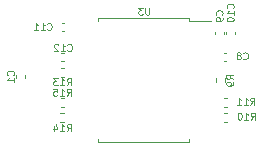
<source format=gbo>
%TF.GenerationSoftware,KiCad,Pcbnew,(7.0.0)*%
%TF.CreationDate,2024-01-19T16:55:17+05:30*%
%TF.ProjectId,Programmer,50726f67-7261-46d6-9d65-722e6b696361,rev?*%
%TF.SameCoordinates,Original*%
%TF.FileFunction,Legend,Bot*%
%TF.FilePolarity,Positive*%
%FSLAX46Y46*%
G04 Gerber Fmt 4.6, Leading zero omitted, Abs format (unit mm)*
G04 Created by KiCad (PCBNEW (7.0.0)) date 2024-01-19 16:55:17*
%MOMM*%
%LPD*%
G01*
G04 APERTURE LIST*
%ADD10C,0.100000*%
%ADD11C,0.120000*%
G04 APERTURE END LIST*
D10*
%TO.C,R11*%
X165202714Y-100245628D02*
X165402714Y-99959914D01*
X165545571Y-100245628D02*
X165545571Y-99645628D01*
X165545571Y-99645628D02*
X165317000Y-99645628D01*
X165317000Y-99645628D02*
X165259857Y-99674200D01*
X165259857Y-99674200D02*
X165231286Y-99702771D01*
X165231286Y-99702771D02*
X165202714Y-99759914D01*
X165202714Y-99759914D02*
X165202714Y-99845628D01*
X165202714Y-99845628D02*
X165231286Y-99902771D01*
X165231286Y-99902771D02*
X165259857Y-99931342D01*
X165259857Y-99931342D02*
X165317000Y-99959914D01*
X165317000Y-99959914D02*
X165545571Y-99959914D01*
X164631286Y-100245628D02*
X164974143Y-100245628D01*
X164802714Y-100245628D02*
X164802714Y-99645628D01*
X164802714Y-99645628D02*
X164859857Y-99731342D01*
X164859857Y-99731342D02*
X164917000Y-99788485D01*
X164917000Y-99788485D02*
X164974143Y-99817057D01*
X164059857Y-100245628D02*
X164402714Y-100245628D01*
X164231285Y-100245628D02*
X164231285Y-99645628D01*
X164231285Y-99645628D02*
X164288428Y-99731342D01*
X164288428Y-99731342D02*
X164345571Y-99788485D01*
X164345571Y-99788485D02*
X164402714Y-99817057D01*
%TO.C,C10*%
X163735685Y-92044885D02*
X163764257Y-92016313D01*
X163764257Y-92016313D02*
X163792828Y-91930599D01*
X163792828Y-91930599D02*
X163792828Y-91873456D01*
X163792828Y-91873456D02*
X163764257Y-91787742D01*
X163764257Y-91787742D02*
X163707114Y-91730599D01*
X163707114Y-91730599D02*
X163649971Y-91702028D01*
X163649971Y-91702028D02*
X163535685Y-91673456D01*
X163535685Y-91673456D02*
X163449971Y-91673456D01*
X163449971Y-91673456D02*
X163335685Y-91702028D01*
X163335685Y-91702028D02*
X163278542Y-91730599D01*
X163278542Y-91730599D02*
X163221400Y-91787742D01*
X163221400Y-91787742D02*
X163192828Y-91873456D01*
X163192828Y-91873456D02*
X163192828Y-91930599D01*
X163192828Y-91930599D02*
X163221400Y-92016313D01*
X163221400Y-92016313D02*
X163249971Y-92044885D01*
X163792828Y-92616313D02*
X163792828Y-92273456D01*
X163792828Y-92444885D02*
X163192828Y-92444885D01*
X163192828Y-92444885D02*
X163278542Y-92387742D01*
X163278542Y-92387742D02*
X163335685Y-92330599D01*
X163335685Y-92330599D02*
X163364257Y-92273456D01*
X163192828Y-92987742D02*
X163192828Y-93044885D01*
X163192828Y-93044885D02*
X163221400Y-93102028D01*
X163221400Y-93102028D02*
X163249971Y-93130600D01*
X163249971Y-93130600D02*
X163307114Y-93159171D01*
X163307114Y-93159171D02*
X163421400Y-93187742D01*
X163421400Y-93187742D02*
X163564257Y-93187742D01*
X163564257Y-93187742D02*
X163678542Y-93159171D01*
X163678542Y-93159171D02*
X163735685Y-93130600D01*
X163735685Y-93130600D02*
X163764257Y-93102028D01*
X163764257Y-93102028D02*
X163792828Y-93044885D01*
X163792828Y-93044885D02*
X163792828Y-92987742D01*
X163792828Y-92987742D02*
X163764257Y-92930600D01*
X163764257Y-92930600D02*
X163735685Y-92902028D01*
X163735685Y-92902028D02*
X163678542Y-92873457D01*
X163678542Y-92873457D02*
X163564257Y-92844885D01*
X163564257Y-92844885D02*
X163421400Y-92844885D01*
X163421400Y-92844885D02*
X163307114Y-92873457D01*
X163307114Y-92873457D02*
X163249971Y-92902028D01*
X163249971Y-92902028D02*
X163221400Y-92930600D01*
X163221400Y-92930600D02*
X163192828Y-92987742D01*
%TO.C,C12*%
X149712314Y-95641885D02*
X149740886Y-95670457D01*
X149740886Y-95670457D02*
X149826600Y-95699028D01*
X149826600Y-95699028D02*
X149883743Y-95699028D01*
X149883743Y-95699028D02*
X149969457Y-95670457D01*
X149969457Y-95670457D02*
X150026600Y-95613314D01*
X150026600Y-95613314D02*
X150055171Y-95556171D01*
X150055171Y-95556171D02*
X150083743Y-95441885D01*
X150083743Y-95441885D02*
X150083743Y-95356171D01*
X150083743Y-95356171D02*
X150055171Y-95241885D01*
X150055171Y-95241885D02*
X150026600Y-95184742D01*
X150026600Y-95184742D02*
X149969457Y-95127600D01*
X149969457Y-95127600D02*
X149883743Y-95099028D01*
X149883743Y-95099028D02*
X149826600Y-95099028D01*
X149826600Y-95099028D02*
X149740886Y-95127600D01*
X149740886Y-95127600D02*
X149712314Y-95156171D01*
X149140886Y-95699028D02*
X149483743Y-95699028D01*
X149312314Y-95699028D02*
X149312314Y-95099028D01*
X149312314Y-95099028D02*
X149369457Y-95184742D01*
X149369457Y-95184742D02*
X149426600Y-95241885D01*
X149426600Y-95241885D02*
X149483743Y-95270457D01*
X148912314Y-95156171D02*
X148883742Y-95127600D01*
X148883742Y-95127600D02*
X148826600Y-95099028D01*
X148826600Y-95099028D02*
X148683742Y-95099028D01*
X148683742Y-95099028D02*
X148626600Y-95127600D01*
X148626600Y-95127600D02*
X148598028Y-95156171D01*
X148598028Y-95156171D02*
X148569457Y-95213314D01*
X148569457Y-95213314D02*
X148569457Y-95270457D01*
X148569457Y-95270457D02*
X148598028Y-95356171D01*
X148598028Y-95356171D02*
X148940885Y-95699028D01*
X148940885Y-95699028D02*
X148569457Y-95699028D01*
%TO.C,C8*%
X164612199Y-96353085D02*
X164640771Y-96381657D01*
X164640771Y-96381657D02*
X164726485Y-96410228D01*
X164726485Y-96410228D02*
X164783628Y-96410228D01*
X164783628Y-96410228D02*
X164869342Y-96381657D01*
X164869342Y-96381657D02*
X164926485Y-96324514D01*
X164926485Y-96324514D02*
X164955056Y-96267371D01*
X164955056Y-96267371D02*
X164983628Y-96153085D01*
X164983628Y-96153085D02*
X164983628Y-96067371D01*
X164983628Y-96067371D02*
X164955056Y-95953085D01*
X164955056Y-95953085D02*
X164926485Y-95895942D01*
X164926485Y-95895942D02*
X164869342Y-95838800D01*
X164869342Y-95838800D02*
X164783628Y-95810228D01*
X164783628Y-95810228D02*
X164726485Y-95810228D01*
X164726485Y-95810228D02*
X164640771Y-95838800D01*
X164640771Y-95838800D02*
X164612199Y-95867371D01*
X164269342Y-96067371D02*
X164326485Y-96038800D01*
X164326485Y-96038800D02*
X164355056Y-96010228D01*
X164355056Y-96010228D02*
X164383628Y-95953085D01*
X164383628Y-95953085D02*
X164383628Y-95924514D01*
X164383628Y-95924514D02*
X164355056Y-95867371D01*
X164355056Y-95867371D02*
X164326485Y-95838800D01*
X164326485Y-95838800D02*
X164269342Y-95810228D01*
X164269342Y-95810228D02*
X164155056Y-95810228D01*
X164155056Y-95810228D02*
X164097914Y-95838800D01*
X164097914Y-95838800D02*
X164069342Y-95867371D01*
X164069342Y-95867371D02*
X164040771Y-95924514D01*
X164040771Y-95924514D02*
X164040771Y-95953085D01*
X164040771Y-95953085D02*
X164069342Y-96010228D01*
X164069342Y-96010228D02*
X164097914Y-96038800D01*
X164097914Y-96038800D02*
X164155056Y-96067371D01*
X164155056Y-96067371D02*
X164269342Y-96067371D01*
X164269342Y-96067371D02*
X164326485Y-96095942D01*
X164326485Y-96095942D02*
X164355056Y-96124514D01*
X164355056Y-96124514D02*
X164383628Y-96181657D01*
X164383628Y-96181657D02*
X164383628Y-96295942D01*
X164383628Y-96295942D02*
X164355056Y-96353085D01*
X164355056Y-96353085D02*
X164326485Y-96381657D01*
X164326485Y-96381657D02*
X164269342Y-96410228D01*
X164269342Y-96410228D02*
X164155056Y-96410228D01*
X164155056Y-96410228D02*
X164097914Y-96381657D01*
X164097914Y-96381657D02*
X164069342Y-96353085D01*
X164069342Y-96353085D02*
X164040771Y-96295942D01*
X164040771Y-96295942D02*
X164040771Y-96181657D01*
X164040771Y-96181657D02*
X164069342Y-96124514D01*
X164069342Y-96124514D02*
X164097914Y-96095942D01*
X164097914Y-96095942D02*
X164155056Y-96067371D01*
%TO.C,C9*%
X162795885Y-92610000D02*
X162824457Y-92581428D01*
X162824457Y-92581428D02*
X162853028Y-92495714D01*
X162853028Y-92495714D02*
X162853028Y-92438571D01*
X162853028Y-92438571D02*
X162824457Y-92352857D01*
X162824457Y-92352857D02*
X162767314Y-92295714D01*
X162767314Y-92295714D02*
X162710171Y-92267143D01*
X162710171Y-92267143D02*
X162595885Y-92238571D01*
X162595885Y-92238571D02*
X162510171Y-92238571D01*
X162510171Y-92238571D02*
X162395885Y-92267143D01*
X162395885Y-92267143D02*
X162338742Y-92295714D01*
X162338742Y-92295714D02*
X162281600Y-92352857D01*
X162281600Y-92352857D02*
X162253028Y-92438571D01*
X162253028Y-92438571D02*
X162253028Y-92495714D01*
X162253028Y-92495714D02*
X162281600Y-92581428D01*
X162281600Y-92581428D02*
X162310171Y-92610000D01*
X162853028Y-92895714D02*
X162853028Y-93010000D01*
X162853028Y-93010000D02*
X162824457Y-93067143D01*
X162824457Y-93067143D02*
X162795885Y-93095714D01*
X162795885Y-93095714D02*
X162710171Y-93152857D01*
X162710171Y-93152857D02*
X162595885Y-93181428D01*
X162595885Y-93181428D02*
X162367314Y-93181428D01*
X162367314Y-93181428D02*
X162310171Y-93152857D01*
X162310171Y-93152857D02*
X162281600Y-93124286D01*
X162281600Y-93124286D02*
X162253028Y-93067143D01*
X162253028Y-93067143D02*
X162253028Y-92952857D01*
X162253028Y-92952857D02*
X162281600Y-92895714D01*
X162281600Y-92895714D02*
X162310171Y-92867143D01*
X162310171Y-92867143D02*
X162367314Y-92838571D01*
X162367314Y-92838571D02*
X162510171Y-92838571D01*
X162510171Y-92838571D02*
X162567314Y-92867143D01*
X162567314Y-92867143D02*
X162595885Y-92895714D01*
X162595885Y-92895714D02*
X162624457Y-92952857D01*
X162624457Y-92952857D02*
X162624457Y-93067143D01*
X162624457Y-93067143D02*
X162595885Y-93124286D01*
X162595885Y-93124286D02*
X162567314Y-93152857D01*
X162567314Y-93152857D02*
X162510171Y-93181428D01*
%TO.C,C1*%
X145121085Y-97715400D02*
X145149657Y-97686828D01*
X145149657Y-97686828D02*
X145178228Y-97601114D01*
X145178228Y-97601114D02*
X145178228Y-97543971D01*
X145178228Y-97543971D02*
X145149657Y-97458257D01*
X145149657Y-97458257D02*
X145092514Y-97401114D01*
X145092514Y-97401114D02*
X145035371Y-97372543D01*
X145035371Y-97372543D02*
X144921085Y-97343971D01*
X144921085Y-97343971D02*
X144835371Y-97343971D01*
X144835371Y-97343971D02*
X144721085Y-97372543D01*
X144721085Y-97372543D02*
X144663942Y-97401114D01*
X144663942Y-97401114D02*
X144606800Y-97458257D01*
X144606800Y-97458257D02*
X144578228Y-97543971D01*
X144578228Y-97543971D02*
X144578228Y-97601114D01*
X144578228Y-97601114D02*
X144606800Y-97686828D01*
X144606800Y-97686828D02*
X144635371Y-97715400D01*
X145178228Y-98286828D02*
X145178228Y-97943971D01*
X145178228Y-98115400D02*
X144578228Y-98115400D01*
X144578228Y-98115400D02*
X144663942Y-98058257D01*
X144663942Y-98058257D02*
X144721085Y-98001114D01*
X144721085Y-98001114D02*
X144749657Y-97943971D01*
%TO.C,C11*%
X148009514Y-93863885D02*
X148038086Y-93892457D01*
X148038086Y-93892457D02*
X148123800Y-93921028D01*
X148123800Y-93921028D02*
X148180943Y-93921028D01*
X148180943Y-93921028D02*
X148266657Y-93892457D01*
X148266657Y-93892457D02*
X148323800Y-93835314D01*
X148323800Y-93835314D02*
X148352371Y-93778171D01*
X148352371Y-93778171D02*
X148380943Y-93663885D01*
X148380943Y-93663885D02*
X148380943Y-93578171D01*
X148380943Y-93578171D02*
X148352371Y-93463885D01*
X148352371Y-93463885D02*
X148323800Y-93406742D01*
X148323800Y-93406742D02*
X148266657Y-93349600D01*
X148266657Y-93349600D02*
X148180943Y-93321028D01*
X148180943Y-93321028D02*
X148123800Y-93321028D01*
X148123800Y-93321028D02*
X148038086Y-93349600D01*
X148038086Y-93349600D02*
X148009514Y-93378171D01*
X147438086Y-93921028D02*
X147780943Y-93921028D01*
X147609514Y-93921028D02*
X147609514Y-93321028D01*
X147609514Y-93321028D02*
X147666657Y-93406742D01*
X147666657Y-93406742D02*
X147723800Y-93463885D01*
X147723800Y-93463885D02*
X147780943Y-93492457D01*
X146866657Y-93921028D02*
X147209514Y-93921028D01*
X147038085Y-93921028D02*
X147038085Y-93321028D01*
X147038085Y-93321028D02*
X147095228Y-93406742D01*
X147095228Y-93406742D02*
X147152371Y-93463885D01*
X147152371Y-93463885D02*
X147209514Y-93492457D01*
%TO.C,R9*%
X163767428Y-98071000D02*
X163481714Y-97871000D01*
X163767428Y-97728143D02*
X163167428Y-97728143D01*
X163167428Y-97728143D02*
X163167428Y-97956714D01*
X163167428Y-97956714D02*
X163196000Y-98013857D01*
X163196000Y-98013857D02*
X163224571Y-98042428D01*
X163224571Y-98042428D02*
X163281714Y-98071000D01*
X163281714Y-98071000D02*
X163367428Y-98071000D01*
X163367428Y-98071000D02*
X163424571Y-98042428D01*
X163424571Y-98042428D02*
X163453142Y-98013857D01*
X163453142Y-98013857D02*
X163481714Y-97956714D01*
X163481714Y-97956714D02*
X163481714Y-97728143D01*
X163767428Y-98356714D02*
X163767428Y-98471000D01*
X163767428Y-98471000D02*
X163738857Y-98528143D01*
X163738857Y-98528143D02*
X163710285Y-98556714D01*
X163710285Y-98556714D02*
X163624571Y-98613857D01*
X163624571Y-98613857D02*
X163510285Y-98642428D01*
X163510285Y-98642428D02*
X163281714Y-98642428D01*
X163281714Y-98642428D02*
X163224571Y-98613857D01*
X163224571Y-98613857D02*
X163196000Y-98585286D01*
X163196000Y-98585286D02*
X163167428Y-98528143D01*
X163167428Y-98528143D02*
X163167428Y-98413857D01*
X163167428Y-98413857D02*
X163196000Y-98356714D01*
X163196000Y-98356714D02*
X163224571Y-98328143D01*
X163224571Y-98328143D02*
X163281714Y-98299571D01*
X163281714Y-98299571D02*
X163424571Y-98299571D01*
X163424571Y-98299571D02*
X163481714Y-98328143D01*
X163481714Y-98328143D02*
X163510285Y-98356714D01*
X163510285Y-98356714D02*
X163538857Y-98413857D01*
X163538857Y-98413857D02*
X163538857Y-98528143D01*
X163538857Y-98528143D02*
X163510285Y-98585286D01*
X163510285Y-98585286D02*
X163481714Y-98613857D01*
X163481714Y-98613857D02*
X163424571Y-98642428D01*
%TO.C,U3*%
X156641742Y-92025628D02*
X156641742Y-92511342D01*
X156641742Y-92511342D02*
X156613171Y-92568485D01*
X156613171Y-92568485D02*
X156584600Y-92597057D01*
X156584600Y-92597057D02*
X156527457Y-92625628D01*
X156527457Y-92625628D02*
X156413171Y-92625628D01*
X156413171Y-92625628D02*
X156356028Y-92597057D01*
X156356028Y-92597057D02*
X156327457Y-92568485D01*
X156327457Y-92568485D02*
X156298885Y-92511342D01*
X156298885Y-92511342D02*
X156298885Y-92025628D01*
X156070314Y-92025628D02*
X155698886Y-92025628D01*
X155698886Y-92025628D02*
X155898886Y-92254200D01*
X155898886Y-92254200D02*
X155813171Y-92254200D01*
X155813171Y-92254200D02*
X155756029Y-92282771D01*
X155756029Y-92282771D02*
X155727457Y-92311342D01*
X155727457Y-92311342D02*
X155698886Y-92368485D01*
X155698886Y-92368485D02*
X155698886Y-92511342D01*
X155698886Y-92511342D02*
X155727457Y-92568485D01*
X155727457Y-92568485D02*
X155756029Y-92597057D01*
X155756029Y-92597057D02*
X155813171Y-92625628D01*
X155813171Y-92625628D02*
X155984600Y-92625628D01*
X155984600Y-92625628D02*
X156041743Y-92597057D01*
X156041743Y-92597057D02*
X156070314Y-92568485D01*
%TO.C,R10*%
X165253514Y-101515628D02*
X165453514Y-101229914D01*
X165596371Y-101515628D02*
X165596371Y-100915628D01*
X165596371Y-100915628D02*
X165367800Y-100915628D01*
X165367800Y-100915628D02*
X165310657Y-100944200D01*
X165310657Y-100944200D02*
X165282086Y-100972771D01*
X165282086Y-100972771D02*
X165253514Y-101029914D01*
X165253514Y-101029914D02*
X165253514Y-101115628D01*
X165253514Y-101115628D02*
X165282086Y-101172771D01*
X165282086Y-101172771D02*
X165310657Y-101201342D01*
X165310657Y-101201342D02*
X165367800Y-101229914D01*
X165367800Y-101229914D02*
X165596371Y-101229914D01*
X164682086Y-101515628D02*
X165024943Y-101515628D01*
X164853514Y-101515628D02*
X164853514Y-100915628D01*
X164853514Y-100915628D02*
X164910657Y-101001342D01*
X164910657Y-101001342D02*
X164967800Y-101058485D01*
X164967800Y-101058485D02*
X165024943Y-101087057D01*
X164310657Y-100915628D02*
X164253514Y-100915628D01*
X164253514Y-100915628D02*
X164196371Y-100944200D01*
X164196371Y-100944200D02*
X164167800Y-100972771D01*
X164167800Y-100972771D02*
X164139228Y-101029914D01*
X164139228Y-101029914D02*
X164110657Y-101144200D01*
X164110657Y-101144200D02*
X164110657Y-101287057D01*
X164110657Y-101287057D02*
X164139228Y-101401342D01*
X164139228Y-101401342D02*
X164167800Y-101458485D01*
X164167800Y-101458485D02*
X164196371Y-101487057D01*
X164196371Y-101487057D02*
X164253514Y-101515628D01*
X164253514Y-101515628D02*
X164310657Y-101515628D01*
X164310657Y-101515628D02*
X164367800Y-101487057D01*
X164367800Y-101487057D02*
X164396371Y-101458485D01*
X164396371Y-101458485D02*
X164424942Y-101401342D01*
X164424942Y-101401342D02*
X164453514Y-101287057D01*
X164453514Y-101287057D02*
X164453514Y-101144200D01*
X164453514Y-101144200D02*
X164424942Y-101029914D01*
X164424942Y-101029914D02*
X164396371Y-100972771D01*
X164396371Y-100972771D02*
X164367800Y-100944200D01*
X164367800Y-100944200D02*
X164310657Y-100915628D01*
%TO.C,R14*%
X149659914Y-102480828D02*
X149859914Y-102195114D01*
X150002771Y-102480828D02*
X150002771Y-101880828D01*
X150002771Y-101880828D02*
X149774200Y-101880828D01*
X149774200Y-101880828D02*
X149717057Y-101909400D01*
X149717057Y-101909400D02*
X149688486Y-101937971D01*
X149688486Y-101937971D02*
X149659914Y-101995114D01*
X149659914Y-101995114D02*
X149659914Y-102080828D01*
X149659914Y-102080828D02*
X149688486Y-102137971D01*
X149688486Y-102137971D02*
X149717057Y-102166542D01*
X149717057Y-102166542D02*
X149774200Y-102195114D01*
X149774200Y-102195114D02*
X150002771Y-102195114D01*
X149088486Y-102480828D02*
X149431343Y-102480828D01*
X149259914Y-102480828D02*
X149259914Y-101880828D01*
X149259914Y-101880828D02*
X149317057Y-101966542D01*
X149317057Y-101966542D02*
X149374200Y-102023685D01*
X149374200Y-102023685D02*
X149431343Y-102052257D01*
X148574200Y-102080828D02*
X148574200Y-102480828D01*
X148717057Y-101852257D02*
X148859914Y-102280828D01*
X148859914Y-102280828D02*
X148488485Y-102280828D01*
%TO.C,R15*%
X149636114Y-99483628D02*
X149836114Y-99197914D01*
X149978971Y-99483628D02*
X149978971Y-98883628D01*
X149978971Y-98883628D02*
X149750400Y-98883628D01*
X149750400Y-98883628D02*
X149693257Y-98912200D01*
X149693257Y-98912200D02*
X149664686Y-98940771D01*
X149664686Y-98940771D02*
X149636114Y-98997914D01*
X149636114Y-98997914D02*
X149636114Y-99083628D01*
X149636114Y-99083628D02*
X149664686Y-99140771D01*
X149664686Y-99140771D02*
X149693257Y-99169342D01*
X149693257Y-99169342D02*
X149750400Y-99197914D01*
X149750400Y-99197914D02*
X149978971Y-99197914D01*
X149064686Y-99483628D02*
X149407543Y-99483628D01*
X149236114Y-99483628D02*
X149236114Y-98883628D01*
X149236114Y-98883628D02*
X149293257Y-98969342D01*
X149293257Y-98969342D02*
X149350400Y-99026485D01*
X149350400Y-99026485D02*
X149407543Y-99055057D01*
X148521828Y-98883628D02*
X148807542Y-98883628D01*
X148807542Y-98883628D02*
X148836114Y-99169342D01*
X148836114Y-99169342D02*
X148807542Y-99140771D01*
X148807542Y-99140771D02*
X148750400Y-99112200D01*
X148750400Y-99112200D02*
X148607542Y-99112200D01*
X148607542Y-99112200D02*
X148550400Y-99140771D01*
X148550400Y-99140771D02*
X148521828Y-99169342D01*
X148521828Y-99169342D02*
X148493257Y-99226485D01*
X148493257Y-99226485D02*
X148493257Y-99369342D01*
X148493257Y-99369342D02*
X148521828Y-99426485D01*
X148521828Y-99426485D02*
X148550400Y-99455057D01*
X148550400Y-99455057D02*
X148607542Y-99483628D01*
X148607542Y-99483628D02*
X148750400Y-99483628D01*
X148750400Y-99483628D02*
X148807542Y-99455057D01*
X148807542Y-99455057D02*
X148836114Y-99426485D01*
%TO.C,R13*%
X149661514Y-98594628D02*
X149861514Y-98308914D01*
X150004371Y-98594628D02*
X150004371Y-97994628D01*
X150004371Y-97994628D02*
X149775800Y-97994628D01*
X149775800Y-97994628D02*
X149718657Y-98023200D01*
X149718657Y-98023200D02*
X149690086Y-98051771D01*
X149690086Y-98051771D02*
X149661514Y-98108914D01*
X149661514Y-98108914D02*
X149661514Y-98194628D01*
X149661514Y-98194628D02*
X149690086Y-98251771D01*
X149690086Y-98251771D02*
X149718657Y-98280342D01*
X149718657Y-98280342D02*
X149775800Y-98308914D01*
X149775800Y-98308914D02*
X150004371Y-98308914D01*
X149090086Y-98594628D02*
X149432943Y-98594628D01*
X149261514Y-98594628D02*
X149261514Y-97994628D01*
X149261514Y-97994628D02*
X149318657Y-98080342D01*
X149318657Y-98080342D02*
X149375800Y-98137485D01*
X149375800Y-98137485D02*
X149432943Y-98166057D01*
X148890085Y-97994628D02*
X148518657Y-97994628D01*
X148518657Y-97994628D02*
X148718657Y-98223200D01*
X148718657Y-98223200D02*
X148632942Y-98223200D01*
X148632942Y-98223200D02*
X148575800Y-98251771D01*
X148575800Y-98251771D02*
X148547228Y-98280342D01*
X148547228Y-98280342D02*
X148518657Y-98337485D01*
X148518657Y-98337485D02*
X148518657Y-98480342D01*
X148518657Y-98480342D02*
X148547228Y-98537485D01*
X148547228Y-98537485D02*
X148575800Y-98566057D01*
X148575800Y-98566057D02*
X148632942Y-98594628D01*
X148632942Y-98594628D02*
X148804371Y-98594628D01*
X148804371Y-98594628D02*
X148861514Y-98566057D01*
X148861514Y-98566057D02*
X148890085Y-98537485D01*
D11*
%TO.C,R11*%
X162936159Y-99645200D02*
X163243441Y-99645200D01*
X162936159Y-100405200D02*
X163243441Y-100405200D01*
%TO.C,C10*%
X163161600Y-94263036D02*
X163161600Y-94047364D01*
X163881600Y-94263036D02*
X163881600Y-94047364D01*
%TO.C,C12*%
X149409036Y-96575200D02*
X149193364Y-96575200D01*
X149409036Y-95855200D02*
X149193364Y-95855200D01*
%TO.C,C8*%
X162931164Y-95855200D02*
X163146836Y-95855200D01*
X162931164Y-96575200D02*
X163146836Y-96575200D01*
%TO.C,C9*%
X162221800Y-94265636D02*
X162221800Y-94049964D01*
X162941800Y-94265636D02*
X162941800Y-94049964D01*
%TO.C,C1*%
X146105200Y-97732964D02*
X146105200Y-97948636D01*
X145385200Y-97732964D02*
X145385200Y-97948636D01*
%TO.C,C11*%
X149433436Y-94035200D02*
X149217764Y-94035200D01*
X149433436Y-93315200D02*
X149217764Y-93315200D01*
%TO.C,R9*%
X163012600Y-98017359D02*
X163012600Y-98324641D01*
X162252600Y-98017359D02*
X162252600Y-98324641D01*
%TO.C,U3*%
X160042800Y-103380200D02*
X160042800Y-103125200D01*
X160042800Y-93115200D02*
X161857800Y-93115200D01*
X160042800Y-92860200D02*
X160042800Y-93115200D01*
X156182800Y-103380200D02*
X160042800Y-103380200D01*
X156182800Y-103380200D02*
X152322800Y-103380200D01*
X156182800Y-92860200D02*
X160042800Y-92860200D01*
X156182800Y-92860200D02*
X152322800Y-92860200D01*
X152322800Y-103380200D02*
X152322800Y-103125200D01*
X152322800Y-92860200D02*
X152322800Y-93115200D01*
%TO.C,R10*%
X162936159Y-100915200D02*
X163243441Y-100915200D01*
X162936159Y-101675200D02*
X163243441Y-101675200D01*
%TO.C,R14*%
X149120559Y-100915200D02*
X149427841Y-100915200D01*
X149120559Y-101675200D02*
X149427841Y-101675200D01*
%TO.C,R15*%
X149145959Y-99645200D02*
X149453241Y-99645200D01*
X149145959Y-100405200D02*
X149453241Y-100405200D01*
%TO.C,R13*%
X149147559Y-97105200D02*
X149454841Y-97105200D01*
X149147559Y-97865200D02*
X149454841Y-97865200D01*
%TD*%
M02*

</source>
